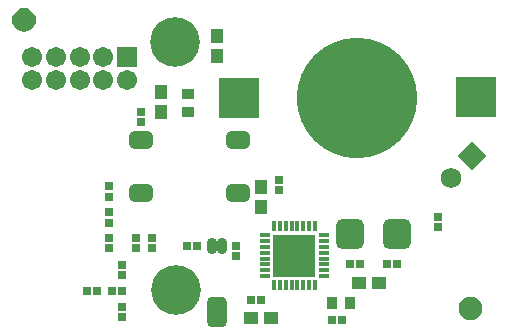
<source format=gts>
G04 Layer_Color=8388736*
%FSLAX24Y24*%
%MOIN*%
G70*
G01*
G75*
%ADD55R,0.0434X0.0474*%
%ADD56R,0.0474X0.0434*%
%ADD57R,0.0316X0.0297*%
%ADD58R,0.0297X0.0316*%
G04:AMPARAMS|DCode=59|XSize=78.9mil|YSize=59.2mil|CornerRadius=16.8mil|HoleSize=0mil|Usage=FLASHONLY|Rotation=0.000|XOffset=0mil|YOffset=0mil|HoleType=Round|Shape=RoundedRectangle|*
%AMROUNDEDRECTD59*
21,1,0.0789,0.0256,0,0,0.0*
21,1,0.0453,0.0592,0,0,0.0*
1,1,0.0336,0.0226,-0.0128*
1,1,0.0336,-0.0226,-0.0128*
1,1,0.0336,-0.0226,0.0128*
1,1,0.0336,0.0226,0.0128*
%
%ADD59ROUNDEDRECTD59*%
%ADD60R,0.1398X0.1398*%
%ADD61O,0.0374X0.0150*%
%ADD62O,0.0150X0.0374*%
G04:AMPARAMS|DCode=63|XSize=102.5mil|YSize=67.1mil|CornerRadius=18.8mil|HoleSize=0mil|Usage=FLASHONLY|Rotation=270.000|XOffset=0mil|YOffset=0mil|HoleType=Round|Shape=RoundedRectangle|*
%AMROUNDEDRECTD63*
21,1,0.1025,0.0295,0,0,270.0*
21,1,0.0650,0.0671,0,0,270.0*
1,1,0.0375,-0.0148,-0.0325*
1,1,0.0375,-0.0148,0.0325*
1,1,0.0375,0.0148,0.0325*
1,1,0.0375,0.0148,-0.0325*
%
%ADD63ROUNDEDRECTD63*%
G04:AMPARAMS|DCode=64|XSize=51.3mil|YSize=31.6mil|CornerRadius=9.9mil|HoleSize=0mil|Usage=FLASHONLY|Rotation=270.000|XOffset=0mil|YOffset=0mil|HoleType=Round|Shape=RoundedRectangle|*
%AMROUNDEDRECTD64*
21,1,0.0513,0.0118,0,0,270.0*
21,1,0.0315,0.0316,0,0,270.0*
1,1,0.0198,-0.0059,-0.0157*
1,1,0.0198,-0.0059,0.0157*
1,1,0.0198,0.0059,0.0157*
1,1,0.0198,0.0059,-0.0157*
%
%ADD64ROUNDEDRECTD64*%
%ADD65R,0.0356X0.0434*%
G04:AMPARAMS|DCode=66|XSize=98.6mil|YSize=90.7mil|CornerRadius=16.4mil|HoleSize=0mil|Usage=FLASHONLY|Rotation=270.000|XOffset=0mil|YOffset=0mil|HoleType=Round|Shape=RoundedRectangle|*
%AMROUNDEDRECTD66*
21,1,0.0986,0.0579,0,0,270.0*
21,1,0.0657,0.0907,0,0,270.0*
1,1,0.0328,-0.0289,-0.0329*
1,1,0.0328,-0.0289,0.0329*
1,1,0.0328,0.0289,0.0329*
1,1,0.0328,0.0289,-0.0329*
%
%ADD66ROUNDEDRECTD66*%
%ADD67R,0.0434X0.0356*%
%ADD68C,0.4017*%
%ADD69R,0.1340X0.1340*%
%ADD70R,0.0671X0.0671*%
%ADD71C,0.0671*%
%ADD72P,0.0962X4X270.0*%
%ADD73C,0.0680*%
%ADD74C,0.1655*%
G36*
X50349Y32027D02*
X50445Y31988D01*
X50527Y31924D01*
X50590Y31842D01*
X50630Y31746D01*
X50643Y31644D01*
X50630Y31541D01*
X50590Y31445D01*
X50527Y31363D01*
X50445Y31300D01*
X50349Y31260D01*
X50246Y31247D01*
X50143Y31260D01*
X50048Y31300D01*
X49965Y31363D01*
X49902Y31445D01*
X49862Y31541D01*
X49849Y31644D01*
X49862Y31746D01*
X49902Y31842D01*
X49965Y31924D01*
X50048Y31988D01*
X50143Y32027D01*
X50246Y32041D01*
X50349Y32027D01*
D02*
G37*
G36*
X65231Y22411D02*
X65326Y22371D01*
X65409Y22308D01*
X65472Y22226D01*
X65512Y22130D01*
X65525Y22028D01*
X65512Y21925D01*
X65472Y21829D01*
X65409Y21747D01*
X65326Y21684D01*
X65231Y21644D01*
X65128Y21630D01*
X65025Y21644D01*
X64929Y21684D01*
X64847Y21747D01*
X64784Y21829D01*
X64744Y21925D01*
X64731Y22028D01*
X64744Y22130D01*
X64784Y22226D01*
X64847Y22308D01*
X64929Y22371D01*
X65025Y22411D01*
X65128Y22425D01*
X65231Y22411D01*
D02*
G37*
D55*
X58140Y25404D02*
D03*
Y26073D02*
D03*
X56673Y30453D02*
D03*
Y31122D02*
D03*
X54823Y28573D02*
D03*
Y29242D02*
D03*
D56*
X58494Y21693D02*
D03*
X57825D02*
D03*
X61407Y22874D02*
D03*
X62077D02*
D03*
D57*
X54154Y28228D02*
D03*
Y28563D02*
D03*
X64035Y25069D02*
D03*
Y24734D02*
D03*
X54518Y24360D02*
D03*
Y24026D02*
D03*
X53524Y22077D02*
D03*
Y21742D02*
D03*
X53091Y25758D02*
D03*
Y26093D02*
D03*
Y24360D02*
D03*
Y24026D02*
D03*
X57313Y24094D02*
D03*
Y23760D02*
D03*
X58740Y26309D02*
D03*
Y25974D02*
D03*
X53091Y24892D02*
D03*
Y25226D02*
D03*
X53524Y23130D02*
D03*
Y23465D02*
D03*
X53986Y24026D02*
D03*
Y24360D02*
D03*
D58*
X61112Y23494D02*
D03*
X61447D02*
D03*
X52343Y22598D02*
D03*
X52677D02*
D03*
X62687Y23494D02*
D03*
X62352D02*
D03*
X56024Y24094D02*
D03*
X55689D02*
D03*
X58159Y22303D02*
D03*
X57825D02*
D03*
X60837Y21634D02*
D03*
X60502D02*
D03*
X53189Y22598D02*
D03*
X53524D02*
D03*
D59*
X54154Y25866D02*
D03*
Y27638D02*
D03*
X57382Y25866D02*
D03*
Y27638D02*
D03*
D60*
X59262Y23789D02*
D03*
D61*
X58287Y24478D02*
D03*
Y24281D02*
D03*
Y24085D02*
D03*
Y23888D02*
D03*
Y23691D02*
D03*
Y23494D02*
D03*
Y23297D02*
D03*
Y23100D02*
D03*
X60236D02*
D03*
Y23297D02*
D03*
Y23494D02*
D03*
Y23691D02*
D03*
Y23888D02*
D03*
Y24085D02*
D03*
Y24281D02*
D03*
Y24478D02*
D03*
D62*
X58573Y22815D02*
D03*
X58770D02*
D03*
X58967D02*
D03*
X59163D02*
D03*
X59360D02*
D03*
X59557D02*
D03*
X59754D02*
D03*
X59951D02*
D03*
Y24764D02*
D03*
X59754D02*
D03*
X59557D02*
D03*
X59360D02*
D03*
X59163D02*
D03*
X58967D02*
D03*
X58770D02*
D03*
X58573D02*
D03*
D63*
X56673Y21909D02*
D03*
D64*
X56850Y24094D02*
D03*
X56496D02*
D03*
D65*
X61112Y22195D02*
D03*
X60502D02*
D03*
D66*
X61112Y24498D02*
D03*
X62687D02*
D03*
D67*
X55699Y29183D02*
D03*
Y28573D02*
D03*
D68*
X61358Y29055D02*
D03*
D69*
X57421D02*
D03*
X65303Y29075D02*
D03*
D70*
X53671Y30423D02*
D03*
D71*
X52884D02*
D03*
X52096D02*
D03*
X51309D02*
D03*
X50522D02*
D03*
X53671Y29636D02*
D03*
X52884D02*
D03*
X52096D02*
D03*
X51309D02*
D03*
X50522D02*
D03*
D72*
X65187Y27096D02*
D03*
D73*
X64480Y26389D02*
D03*
D74*
X55315Y22638D02*
D03*
X55276Y30906D02*
D03*
M02*

</source>
